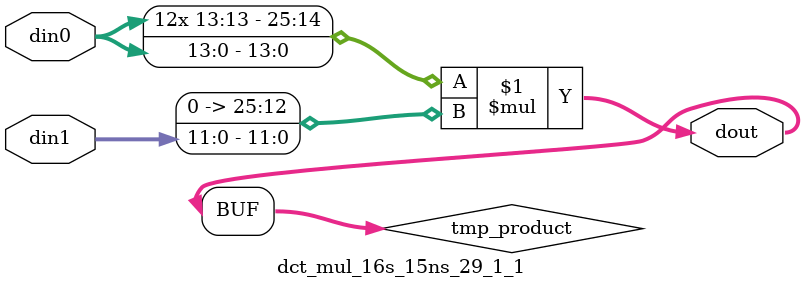
<source format=v>

`timescale 1 ns / 1 ps

 module dct_mul_16s_15ns_29_1_1(din0, din1, dout);
parameter ID = 1;
parameter NUM_STAGE = 0;
parameter din0_WIDTH = 14;
parameter din1_WIDTH = 12;
parameter dout_WIDTH = 26;

input [din0_WIDTH - 1 : 0] din0; 
input [din1_WIDTH - 1 : 0] din1; 
output [dout_WIDTH - 1 : 0] dout;

wire signed [dout_WIDTH - 1 : 0] tmp_product;


























assign tmp_product = $signed(din0) * $signed({1'b0, din1});









assign dout = tmp_product;





















endmodule

</source>
